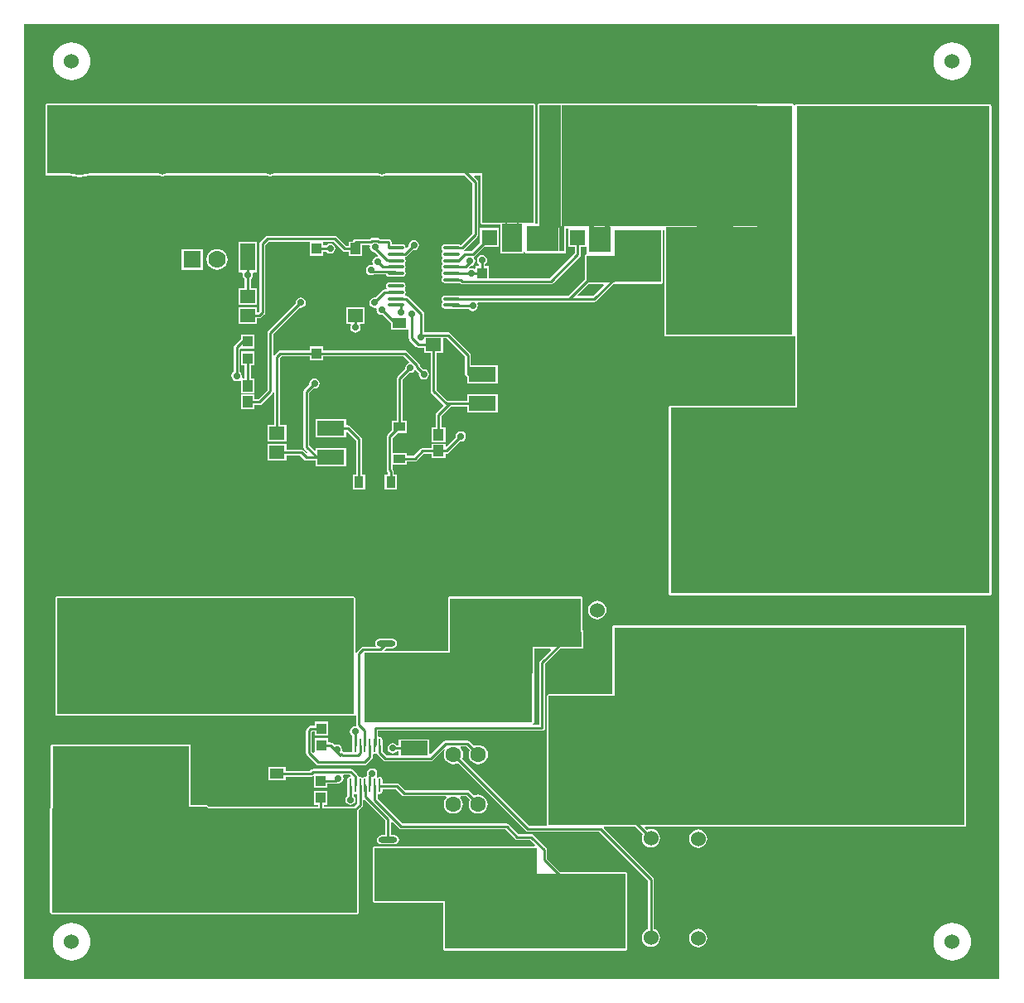
<source format=gtl>
G04 Layer_Physical_Order=1*
G04 Layer_Color=25308*
%FSLAX24Y24*%
%MOIN*%
G70*
G01*
G75*
%ADD10R,0.0358X0.0480*%
%ADD11R,0.0610X0.0532*%
%ADD12R,0.0413X0.0453*%
%ADD13R,0.0400X0.0440*%
%ADD14R,0.1102X0.0591*%
%ADD15R,0.0571X0.0413*%
%ADD16R,0.1043X0.0512*%
%ADD17O,0.0098X0.0551*%
%ADD18O,0.0748X0.0236*%
%ADD19R,0.0591X0.1102*%
%ADD20R,0.0480X0.0358*%
%ADD21R,0.1260X0.0591*%
%ADD22R,0.1260X0.0591*%
%ADD23R,0.1181X0.1654*%
%ADD24O,0.0669X0.0138*%
%ADD25C,0.0100*%
%ADD26R,0.2894X1.1378*%
%ADD27R,1.7972X0.3543*%
%ADD28R,0.5118X1.4557*%
%ADD29R,1.7087X0.2008*%
%ADD30R,0.1132X0.1073*%
%ADD31R,0.1860X0.2116*%
%ADD32R,1.2844X0.7500*%
%ADD33R,0.7756X0.2923*%
%ADD34R,0.7766X0.9213*%
%ADD35R,0.1427X0.9222*%
%ADD36R,0.3671X0.4341*%
%ADD37R,0.4862X0.4892*%
%ADD38R,0.0905X0.1033*%
%ADD39R,0.3012X0.4892*%
%ADD40R,0.0896X0.4941*%
%ADD41R,0.0214X0.1046*%
%ADD42R,0.1307X0.1044*%
%ADD43R,0.2057X0.4724*%
%ADD44R,0.0787X0.1181*%
%ADD45R,1.8701X0.2756*%
%ADD46R,1.1929X0.4665*%
%ADD47R,0.6762X0.2795*%
%ADD48R,0.5285X0.1969*%
%ADD49R,0.3356X0.1073*%
%ADD50R,0.6526X0.2136*%
%ADD51R,0.7264X0.3041*%
%ADD52R,1.2274X0.4193*%
%ADD53R,0.5502X0.2648*%
%ADD54R,1.6722X0.5197*%
%ADD55R,1.4094X0.2776*%
%ADD56C,0.1575*%
%ADD57C,0.2362*%
%ADD58C,0.0660*%
%ADD59R,0.0512X0.0512*%
%ADD60C,0.0512*%
%ADD61R,0.0630X0.0630*%
%ADD62C,0.0630*%
%ADD63C,0.1500*%
%ADD64C,0.0591*%
%ADD65R,0.0591X0.0591*%
%ADD66C,0.0700*%
%ADD67R,0.0700X0.0700*%
%ADD68C,0.0600*%
%ADD69R,0.0512X0.0512*%
%ADD70C,0.1181*%
%ADD71C,0.0197*%
%ADD72C,0.0276*%
G36*
X49144Y13454D02*
X9911D01*
Y51900D01*
X49144D01*
Y13454D01*
D02*
G37*
%LPC*%
G36*
X32959Y28677D02*
X32863Y28665D01*
X32774Y28628D01*
X32697Y28569D01*
X32638Y28492D01*
X32601Y28403D01*
X32589Y28307D01*
X32601Y28211D01*
X32638Y28122D01*
X32697Y28045D01*
X32774Y27987D01*
X32863Y27950D01*
X32959Y27937D01*
X33054Y27950D01*
X33144Y27987D01*
X33220Y28045D01*
X33279Y28122D01*
X33316Y28211D01*
X33329Y28307D01*
X33316Y28403D01*
X33279Y28492D01*
X33220Y28569D01*
X33144Y28628D01*
X33054Y28665D01*
X32959Y28677D01*
D02*
G37*
G36*
X32303Y28858D02*
X27018D01*
X26992Y28852D01*
X26969Y28838D01*
X26955Y28815D01*
X26949Y28789D01*
Y26821D01*
Y26663D01*
X24405D01*
X24385Y26709D01*
X24448Y26772D01*
X24724D01*
X24797Y26786D01*
X24858Y26827D01*
X24899Y26888D01*
X24913Y26961D01*
X24899Y27033D01*
X24858Y27094D01*
X24797Y27135D01*
X24724Y27149D01*
X24213D01*
X24140Y27135D01*
X24079Y27094D01*
X24038Y27033D01*
X24024Y26961D01*
X24038Y26888D01*
X24047Y26875D01*
X24024Y26831D01*
X23544D01*
X23498Y26822D01*
X23460Y26796D01*
X23292Y26628D01*
X23268Y26592D01*
X23264Y26591D01*
X23218Y26617D01*
Y28780D01*
X23213Y28806D01*
X23198Y28828D01*
X23176Y28843D01*
X23150Y28848D01*
X11220D01*
X11194Y28843D01*
X11172Y28828D01*
X11157Y28806D01*
X11152Y28780D01*
Y24114D01*
X11157Y24088D01*
X11172Y24066D01*
X11194Y24051D01*
X11220Y24046D01*
X23150D01*
X23176Y24051D01*
X23198Y24066D01*
X23207Y24079D01*
X23249Y24074D01*
X23257Y24071D01*
Y23691D01*
X23261Y23671D01*
X23222Y23628D01*
X23219Y23629D01*
X23139Y23613D01*
X23071Y23568D01*
X23026Y23500D01*
X23010Y23420D01*
X23026Y23340D01*
X23071Y23272D01*
X23099Y23253D01*
Y22864D01*
X23100Y22860D01*
Y22638D01*
X23059Y22589D01*
X22759D01*
X22750Y22599D01*
X22711Y22624D01*
X22710Y22625D01*
X22682Y22666D01*
X22689Y22700D01*
X22673Y22780D01*
X22628Y22848D01*
X22560Y22893D01*
X22480Y22909D01*
X22400Y22893D01*
X22380Y22880D01*
X22314Y22946D01*
X22276Y22972D01*
X22230Y22981D01*
X22117D01*
Y23148D01*
X21583D01*
Y22625D01*
Y22625D01*
Y22624D01*
Y22623D01*
X21534Y22574D01*
X21534Y22574D01*
X21515Y22574D01*
X21479Y22609D01*
Y23407D01*
X21489Y23417D01*
X21583D01*
Y23249D01*
X22117D01*
Y23823D01*
X21583D01*
Y23655D01*
X21440D01*
X21394Y23646D01*
X21356Y23620D01*
X21276Y23540D01*
X21250Y23502D01*
X21241Y23456D01*
Y22560D01*
X21250Y22514D01*
X21276Y22476D01*
X21652Y22100D01*
X21690Y22074D01*
X21736Y22065D01*
X23593D01*
X23639Y22074D01*
X23677Y22100D01*
X23893Y22316D01*
X23919Y22354D01*
X23928Y22400D01*
Y22494D01*
X23978Y22525D01*
X24006Y22519D01*
X24039Y22526D01*
X24093Y22514D01*
X24118Y22476D01*
X24348Y22246D01*
X24387Y22220D01*
X24433Y22211D01*
X26250D01*
X26296Y22220D01*
X26334Y22246D01*
X26811Y22722D01*
X26849Y22689D01*
X26844Y22683D01*
X26805Y22590D01*
X26792Y22490D01*
X26805Y22390D01*
X26844Y22298D01*
X26905Y22218D01*
X26985Y22157D01*
X27077Y22118D01*
X27177Y22105D01*
X27277Y22118D01*
X27350Y22148D01*
X30083Y19416D01*
X30122Y19390D01*
X30167Y19381D01*
X33041D01*
X34999Y17422D01*
Y15472D01*
X34933Y15445D01*
X34856Y15386D01*
X34798Y15309D01*
X34761Y15220D01*
X34748Y15124D01*
X34761Y15028D01*
X34798Y14939D01*
X34856Y14862D01*
X34933Y14804D01*
X35022Y14767D01*
X35118Y14754D01*
X35214Y14767D01*
X35303Y14804D01*
X35380Y14862D01*
X35439Y14939D01*
X35476Y15028D01*
X35488Y15124D01*
X35476Y15220D01*
X35439Y15309D01*
X35380Y15386D01*
X35303Y15445D01*
X35237Y15472D01*
Y17472D01*
X35228Y17517D01*
X35202Y17556D01*
X33221Y19537D01*
X33242Y19587D01*
X34486D01*
X34788Y19286D01*
X34761Y19220D01*
X34748Y19124D01*
X34761Y19028D01*
X34798Y18939D01*
X34856Y18862D01*
X34933Y18804D01*
X35022Y18767D01*
X35118Y18754D01*
X35214Y18767D01*
X35303Y18804D01*
X35380Y18862D01*
X35439Y18939D01*
X35476Y19028D01*
X35488Y19124D01*
X35476Y19220D01*
X35439Y19309D01*
X35380Y19386D01*
X35303Y19445D01*
X35214Y19482D01*
X35118Y19494D01*
X35022Y19482D01*
X34957Y19454D01*
X34870Y19541D01*
X34889Y19587D01*
X47736D01*
X47762Y19592D01*
X47784Y19607D01*
X47799Y19629D01*
X47804Y19656D01*
Y24852D01*
Y27628D01*
X47799Y27654D01*
X47784Y27676D01*
X47762Y27691D01*
X47736Y27696D01*
X33642D01*
X33616Y27691D01*
X33593Y27676D01*
X33579Y27654D01*
X33574Y27628D01*
Y24921D01*
X31014D01*
X30988Y24915D01*
X30966Y24901D01*
X30951Y24878D01*
X30946Y24852D01*
Y19656D01*
X30902Y19619D01*
X30217D01*
X27519Y22317D01*
X27549Y22390D01*
X27562Y22490D01*
X27549Y22590D01*
X27511Y22683D01*
X27451Y22761D01*
X27454Y22779D01*
X27464Y22811D01*
X27688D01*
X27835Y22663D01*
X27805Y22590D01*
X27792Y22490D01*
X27805Y22390D01*
X27844Y22298D01*
X27905Y22218D01*
X27985Y22157D01*
X28077Y22118D01*
X28177Y22105D01*
X28277Y22118D01*
X28370Y22157D01*
X28450Y22218D01*
X28511Y22298D01*
X28549Y22390D01*
X28562Y22490D01*
X28549Y22590D01*
X28511Y22683D01*
X28450Y22763D01*
X28370Y22824D01*
X28277Y22862D01*
X28177Y22875D01*
X28077Y22862D01*
X28004Y22832D01*
X27822Y23014D01*
X27783Y23040D01*
X27737Y23049D01*
X26850D01*
X26804Y23040D01*
X26766Y23014D01*
X26249Y22497D01*
X26199Y22518D01*
Y23108D01*
X24963D01*
Y22865D01*
X24897D01*
X24878Y22894D01*
X24810Y22939D01*
X24730Y22955D01*
X24650Y22939D01*
X24582Y22894D01*
X24537Y22826D01*
X24521Y22746D01*
X24537Y22666D01*
X24582Y22598D01*
X24650Y22553D01*
X24730Y22537D01*
X24810Y22553D01*
X24878Y22598D01*
X24897Y22627D01*
X24963D01*
Y22449D01*
X24482D01*
X24322Y22609D01*
Y22864D01*
X24321Y22868D01*
Y23091D01*
X24312Y23136D01*
X24286Y23174D01*
X24248Y23200D01*
X24203Y23209D01*
X24195Y23207D01*
X24145Y23247D01*
Y23444D01*
X30738D01*
X30784Y23453D01*
X30822Y23479D01*
X30848Y23517D01*
X30857Y23563D01*
Y26132D01*
X31478Y26753D01*
X32303D01*
X32329Y26758D01*
X32338Y26764D01*
X32380D01*
Y27488D01*
X32371D01*
Y28789D01*
X32366Y28815D01*
X32351Y28838D01*
X32329Y28852D01*
X32303Y28858D01*
D02*
G37*
G36*
X22862Y35992D02*
X21626D01*
Y35268D01*
X22862D01*
Y35448D01*
X22912Y35469D01*
X23253Y35129D01*
Y33772D01*
X23126D01*
Y33157D01*
X23618D01*
Y33772D01*
X23491D01*
Y35178D01*
X23482Y35224D01*
X23456Y35262D01*
X23004Y35714D01*
X22966Y35740D01*
X22920Y35749D01*
X22862D01*
Y35992D01*
D02*
G37*
G36*
X21580Y37629D02*
X21500Y37613D01*
X21432Y37568D01*
X21387Y37500D01*
X21371Y37420D01*
X21378Y37387D01*
X21176Y37184D01*
X21150Y37145D01*
X21141Y37100D01*
Y34869D01*
X21150Y34823D01*
X21176Y34785D01*
X21312Y34648D01*
X21295Y34594D01*
X21282Y34592D01*
X21134Y34740D01*
X21096Y34766D01*
X21050Y34775D01*
X20451D01*
Y34988D01*
X19707D01*
Y34323D01*
X20451D01*
Y34536D01*
X21001D01*
X21172Y34365D01*
X21211Y34339D01*
X21257Y34330D01*
X21626D01*
Y34087D01*
X22862D01*
Y34811D01*
X21626D01*
Y34737D01*
X21580Y34718D01*
X21379Y34918D01*
Y37050D01*
X21547Y37218D01*
X21580Y37211D01*
X21660Y37227D01*
X21728Y37272D01*
X21773Y37340D01*
X21789Y37420D01*
X21773Y37500D01*
X21728Y37568D01*
X21660Y37613D01*
X21580Y37629D01*
D02*
G37*
G36*
X19165Y39404D02*
X18631D01*
Y39220D01*
X18603Y39201D01*
X18366Y38964D01*
X18340Y38926D01*
X18331Y38880D01*
Y37897D01*
X18302Y37878D01*
X18257Y37810D01*
X18241Y37730D01*
X18257Y37650D01*
X18302Y37582D01*
X18370Y37537D01*
X18450Y37521D01*
X18530Y37537D01*
X18574Y37567D01*
X18624Y37540D01*
Y37039D01*
X19171D01*
Y37626D01*
X19017D01*
Y38155D01*
X19165D01*
Y38729D01*
X18631D01*
Y38155D01*
X18778D01*
Y37626D01*
X18682D01*
X18648Y37676D01*
X18659Y37730D01*
X18643Y37810D01*
X18598Y37878D01*
X18569Y37897D01*
Y38801D01*
X18586Y38813D01*
X18631Y38830D01*
Y38830D01*
X18631Y38830D01*
X19165D01*
Y39404D01*
D02*
G37*
G36*
X47244Y15720D02*
X47096Y15706D01*
X46953Y15662D01*
X46822Y15592D01*
X46707Y15498D01*
X46613Y15383D01*
X46542Y15251D01*
X46499Y15109D01*
X46485Y14961D01*
X46499Y14812D01*
X46542Y14670D01*
X46613Y14539D01*
X46707Y14424D01*
X46822Y14329D01*
X46953Y14259D01*
X47096Y14216D01*
X47244Y14201D01*
X47392Y14216D01*
X47535Y14259D01*
X47666Y14329D01*
X47781Y14424D01*
X47876Y14539D01*
X47946Y14670D01*
X47989Y14812D01*
X48004Y14961D01*
X47989Y15109D01*
X47946Y15251D01*
X47876Y15383D01*
X47781Y15498D01*
X47666Y15592D01*
X47535Y15662D01*
X47392Y15706D01*
X47244Y15720D01*
D02*
G37*
G36*
X11811D02*
X11663Y15706D01*
X11520Y15662D01*
X11389Y15592D01*
X11274Y15498D01*
X11179Y15383D01*
X11109Y15251D01*
X11066Y15109D01*
X11051Y14961D01*
X11066Y14812D01*
X11109Y14670D01*
X11179Y14539D01*
X11274Y14424D01*
X11389Y14329D01*
X11520Y14259D01*
X11663Y14216D01*
X11811Y14201D01*
X11959Y14216D01*
X12102Y14259D01*
X12233Y14329D01*
X12348Y14424D01*
X12443Y14539D01*
X12513Y14670D01*
X12556Y14812D01*
X12571Y14961D01*
X12556Y15109D01*
X12513Y15251D01*
X12443Y15383D01*
X12348Y15498D01*
X12233Y15592D01*
X12102Y15662D01*
X11959Y15706D01*
X11811Y15720D01*
D02*
G37*
G36*
X37018Y15478D02*
X36922Y15466D01*
X36833Y15429D01*
X36756Y15370D01*
X36697Y15293D01*
X36660Y15204D01*
X36648Y15108D01*
X36660Y15012D01*
X36697Y14923D01*
X36756Y14847D01*
X36833Y14788D01*
X36922Y14751D01*
X37018Y14738D01*
X37114Y14751D01*
X37203Y14788D01*
X37279Y14847D01*
X37338Y14923D01*
X37375Y15012D01*
X37388Y15108D01*
X37375Y15204D01*
X37338Y15293D01*
X37279Y15370D01*
X37203Y15429D01*
X37114Y15466D01*
X37018Y15478D01*
D02*
G37*
G36*
X16535Y22903D02*
X11033D01*
X11007Y22898D01*
X10985Y22883D01*
X10970Y22861D01*
X10965Y22835D01*
Y20382D01*
X10951Y20361D01*
X10946Y20335D01*
Y16142D01*
X10951Y16116D01*
X10966Y16093D01*
X10988Y16079D01*
X11014Y16073D01*
X23287D01*
X23314Y16079D01*
X23336Y16093D01*
X23350Y16116D01*
X23356Y16142D01*
Y20234D01*
X23500Y20378D01*
X23526Y20417D01*
X23535Y20463D01*
Y20655D01*
X23585Y20676D01*
X24418Y19842D01*
Y19256D01*
X24281D01*
X24209Y19241D01*
X24148Y19200D01*
X24107Y19139D01*
X24093Y19067D01*
X24107Y18995D01*
X24148Y18934D01*
X24209Y18893D01*
X24281Y18878D01*
X24793D01*
X24866Y18893D01*
X24927Y18934D01*
X24968Y18995D01*
X24982Y19067D01*
X24968Y19139D01*
X24927Y19200D01*
X24866Y19241D01*
X24793Y19256D01*
X24657D01*
Y19775D01*
X24703Y19794D01*
X24985Y19512D01*
X25004Y19499D01*
X25023Y19486D01*
X25023D01*
X25023Y19486D01*
X25058Y19479D01*
X25069Y19477D01*
X29271D01*
X29660Y19089D01*
X29698Y19063D01*
X29744Y19054D01*
X30256D01*
X30455Y18855D01*
X30436Y18808D01*
X24006D01*
X23980Y18803D01*
X23958Y18788D01*
X23943Y18766D01*
X23938Y18740D01*
Y16604D01*
X23943Y16578D01*
X23958Y16556D01*
X23980Y16541D01*
X24006Y16536D01*
X26762D01*
Y14665D01*
X26768Y14639D01*
X26782Y14617D01*
X26805Y14602D01*
X26831Y14597D01*
X34094D01*
X34121Y14602D01*
X34143Y14617D01*
X34158Y14639D01*
X34163Y14665D01*
Y17707D01*
X34158Y17733D01*
X34143Y17755D01*
X34121Y17770D01*
X34094Y17775D01*
X31468D01*
X30936Y18307D01*
Y18661D01*
X30927Y18707D01*
X30901Y18746D01*
X30389Y19258D01*
X30351Y19283D01*
X30305Y19292D01*
X29793D01*
X29405Y19681D01*
X29366Y19707D01*
X29321Y19716D01*
X25118D01*
X24125Y20709D01*
Y20880D01*
X24175Y20911D01*
X24203Y20905D01*
X24248Y20914D01*
X24286Y20940D01*
X24312Y20978D01*
X24321Y21024D01*
Y21101D01*
X24851D01*
X25096Y20856D01*
X25134Y20830D01*
X25180Y20821D01*
X26879D01*
X26888Y20796D01*
X26892Y20771D01*
X26834Y20695D01*
X26795Y20602D01*
X26782Y20502D01*
X26795Y20402D01*
X26834Y20309D01*
X26895Y20230D01*
X26975Y20168D01*
X27068Y20130D01*
X27167Y20117D01*
X27267Y20130D01*
X27360Y20168D01*
X27440Y20230D01*
X27501Y20309D01*
X27539Y20402D01*
X27552Y20502D01*
X27539Y20602D01*
X27501Y20695D01*
X27442Y20771D01*
X27447Y20796D01*
X27455Y20821D01*
X27680D01*
X27826Y20675D01*
X27795Y20602D01*
X27782Y20502D01*
X27795Y20402D01*
X27834Y20309D01*
X27895Y20230D01*
X27975Y20168D01*
X28068Y20130D01*
X28167Y20117D01*
X28267Y20130D01*
X28360Y20168D01*
X28440Y20230D01*
X28501Y20309D01*
X28539Y20402D01*
X28552Y20502D01*
X28539Y20602D01*
X28501Y20695D01*
X28440Y20774D01*
X28360Y20836D01*
X28267Y20874D01*
X28167Y20887D01*
X28068Y20874D01*
X27994Y20844D01*
X27814Y21024D01*
X27775Y21050D01*
X27729Y21059D01*
X25229D01*
X24984Y21304D01*
X24946Y21330D01*
X24900Y21339D01*
X24321D01*
Y21476D01*
X24312Y21522D01*
X24286Y21560D01*
X24248Y21586D01*
X24203Y21595D01*
X24157Y21586D01*
X24140Y21574D01*
X24136Y21573D01*
X24106Y21591D01*
X24093Y21650D01*
X24109Y21730D01*
X24093Y21810D01*
X24048Y21878D01*
X23980Y21923D01*
X23900Y21939D01*
X23820Y21923D01*
X23752Y21878D01*
X23707Y21810D01*
X23691Y21730D01*
X23700Y21686D01*
X23699Y21685D01*
X23690Y21639D01*
Y21620D01*
X23640Y21589D01*
X23612Y21595D01*
X23567Y21586D01*
X23550Y21574D01*
X23514Y21564D01*
X23478Y21574D01*
X23461Y21586D01*
X23415Y21595D01*
X23388Y21589D01*
X23346Y21613D01*
X23337Y21624D01*
X23329Y21663D01*
X23303Y21702D01*
X23124Y21881D01*
X23086Y21906D01*
X23040Y21915D01*
X21526D01*
X21481Y21906D01*
X21442Y21881D01*
X21403Y21842D01*
X20421D01*
Y21996D01*
X19717D01*
Y21449D01*
X20421D01*
Y21603D01*
X21452D01*
X21498Y21612D01*
X21524Y21629D01*
X21574Y21610D01*
Y21143D01*
X22107D01*
Y21311D01*
X22430D01*
X22475Y21320D01*
X22504Y21339D01*
X22540Y21331D01*
X22620Y21347D01*
X22688Y21392D01*
X22733Y21460D01*
X22749Y21540D01*
X22733Y21620D01*
X22724Y21633D01*
X22748Y21677D01*
X22991D01*
X23025Y21643D01*
X23025Y21636D01*
X23005Y21592D01*
X22976Y21586D01*
X22938Y21560D01*
X22912Y21522D01*
X22903Y21476D01*
Y21024D01*
X22912Y20978D01*
X22912Y20978D01*
Y20836D01*
X22884Y20817D01*
X22839Y20749D01*
X22823Y20669D01*
X22839Y20589D01*
X22884Y20522D01*
X22952Y20476D01*
X23031Y20461D01*
X23111Y20476D01*
X23179Y20522D01*
X23224Y20589D01*
X23240Y20669D01*
X23224Y20749D01*
X23179Y20817D01*
X23161Y20829D01*
X23161Y20881D01*
X23201Y20909D01*
X23219Y20905D01*
X23246Y20911D01*
X23296Y20880D01*
Y20512D01*
X23187Y20403D01*
X21960D01*
Y20468D01*
X22107D01*
Y21042D01*
X21574D01*
Y20468D01*
X21721D01*
Y20403D01*
X17322D01*
X17304Y20429D01*
X17266Y20455D01*
X17220Y20464D01*
X16604D01*
Y22835D01*
X16598Y22861D01*
X16584Y22883D01*
X16562Y22898D01*
X16535Y22903D01*
D02*
G37*
G36*
X37018Y19478D02*
X36922Y19466D01*
X36833Y19429D01*
X36756Y19370D01*
X36697Y19293D01*
X36660Y19204D01*
X36648Y19108D01*
X36660Y19012D01*
X36697Y18923D01*
X36756Y18847D01*
X36833Y18788D01*
X36922Y18751D01*
X37018Y18738D01*
X37114Y18751D01*
X37203Y18788D01*
X37279Y18847D01*
X37338Y18923D01*
X37375Y19012D01*
X37388Y19108D01*
X37375Y19204D01*
X37338Y19293D01*
X37279Y19370D01*
X37203Y19429D01*
X37114Y19466D01*
X37018Y19478D01*
D02*
G37*
G36*
X23600Y40500D02*
X22856D01*
Y39835D01*
X23025D01*
X23052Y39785D01*
X23035Y39760D01*
X23020Y39680D01*
X23035Y39600D01*
X23081Y39532D01*
X23148Y39487D01*
X23228Y39471D01*
X23308Y39487D01*
X23376Y39532D01*
X23421Y39600D01*
X23437Y39680D01*
X23421Y39760D01*
X23405Y39785D01*
X23431Y39835D01*
X23600D01*
Y40500D01*
D02*
G37*
G36*
X17663Y42838D02*
X17555Y42824D01*
X17453Y42782D01*
X17366Y42715D01*
X17299Y42628D01*
X17257Y42526D01*
X17243Y42417D01*
X17257Y42308D01*
X17299Y42207D01*
X17366Y42120D01*
X17453Y42053D01*
X17555Y42011D01*
X17663Y41997D01*
X17772Y42011D01*
X17874Y42053D01*
X17961Y42120D01*
X18028Y42207D01*
X18070Y42308D01*
X18084Y42417D01*
X18070Y42526D01*
X18028Y42628D01*
X17961Y42715D01*
X17874Y42782D01*
X17772Y42824D01*
X17663Y42838D01*
D02*
G37*
G36*
X39390Y48690D02*
X30620D01*
X30594Y48685D01*
X30572Y48670D01*
X30557Y48648D01*
X30552Y48622D01*
Y43846D01*
X30502Y43840D01*
X30494Y43847D01*
X30470Y43888D01*
X30472Y43898D01*
Y48622D01*
X30467Y48648D01*
X30452Y48670D01*
X30430Y48685D01*
X30404Y48690D01*
X10827D01*
X10801Y48685D01*
X10779Y48670D01*
X10764Y48648D01*
X10759Y48622D01*
Y45866D01*
X10764Y45840D01*
X10779Y45818D01*
X10801Y45803D01*
X10827Y45798D01*
X11738D01*
X11739Y45798D01*
X11930Y45752D01*
X12126Y45736D01*
X12322Y45752D01*
X12513Y45798D01*
X12514Y45798D01*
X15312D01*
X15349Y45783D01*
X15453Y45769D01*
X15556Y45783D01*
X15593Y45798D01*
X19643D01*
X19680Y45783D01*
X19783Y45769D01*
X19887Y45783D01*
X19924Y45798D01*
X24170D01*
X24207Y45783D01*
X24311Y45769D01*
X24415Y45783D01*
X24452Y45798D01*
X27624D01*
X27941Y45481D01*
Y43473D01*
X27471Y43003D01*
X27428D01*
X27415Y43012D01*
X27362Y43022D01*
X26831D01*
X26778Y43012D01*
X26733Y42982D01*
X26703Y42937D01*
X26692Y42884D01*
X26703Y42831D01*
X26733Y42786D01*
Y42726D01*
X26703Y42681D01*
X26692Y42628D01*
X26703Y42575D01*
X26733Y42530D01*
Y42470D01*
X26703Y42425D01*
X26692Y42372D01*
X26703Y42319D01*
X26733Y42274D01*
Y42214D01*
X26703Y42169D01*
X26692Y42116D01*
X26703Y42063D01*
X26733Y42018D01*
Y41958D01*
X26703Y41913D01*
X26692Y41860D01*
X26703Y41807D01*
X26733Y41762D01*
Y41702D01*
X26703Y41657D01*
X26692Y41604D01*
X26703Y41551D01*
X26733Y41506D01*
X26778Y41476D01*
X26831Y41466D01*
X27362D01*
X27415Y41476D01*
X27424Y41482D01*
X27454Y41452D01*
X27493Y41426D01*
X27539Y41417D01*
X31096D01*
X31141Y41426D01*
X31180Y41452D01*
X32256Y42527D01*
X32281Y42566D01*
X32290Y42611D01*
Y42925D01*
X32526D01*
Y42724D01*
X32531Y42698D01*
X32539Y42687D01*
X32539Y42678D01*
X32531Y42650D01*
X32520Y42633D01*
X32513Y42632D01*
X32491Y42617D01*
X32476Y42595D01*
X32471Y42569D01*
Y41630D01*
X31797Y40956D01*
X27428D01*
X27415Y40965D01*
X27362Y40975D01*
X26831D01*
X26778Y40965D01*
X26733Y40935D01*
X26703Y40890D01*
X26692Y40837D01*
X26703Y40784D01*
X26733Y40739D01*
Y40679D01*
X26703Y40634D01*
X26692Y40581D01*
X26703Y40528D01*
X26733Y40483D01*
X26778Y40453D01*
X26831Y40442D01*
X27079D01*
X27080Y40441D01*
X27126Y40432D01*
X27786D01*
X27805Y40404D01*
X27873Y40358D01*
X27953Y40342D01*
X28033Y40358D01*
X28100Y40404D01*
X28146Y40471D01*
X28161Y40551D01*
X28146Y40631D01*
X28127Y40659D01*
X28154Y40709D01*
X32846D01*
X32891Y40718D01*
X32930Y40744D01*
X33614Y41428D01*
X33671D01*
X33697Y41433D01*
X33704Y41438D01*
X35522D01*
X35548Y41443D01*
X35570Y41458D01*
X35585Y41480D01*
X35590Y41506D01*
Y43582D01*
X35640Y43615D01*
X35650Y43611D01*
Y39390D01*
X35655Y39364D01*
X35670Y39342D01*
X35692Y39327D01*
X35719Y39322D01*
X40817D01*
X40843Y39327D01*
X40865Y39342D01*
X40915Y39329D01*
X40926Y39317D01*
Y36535D01*
X35906D01*
X35879Y36530D01*
X35857Y36515D01*
X35842Y36493D01*
X35837Y36467D01*
Y28967D01*
X35842Y28940D01*
X35857Y28918D01*
X35879Y28903D01*
X35906Y28898D01*
X48750D01*
X48776Y28903D01*
X48798Y28918D01*
X48813Y28940D01*
X48818Y28967D01*
Y36467D01*
Y39390D01*
Y48602D01*
X48813Y48628D01*
X48798Y48651D01*
X48776Y48665D01*
X48750Y48671D01*
X40984D01*
X40958Y48665D01*
X40936Y48651D01*
X40930Y48642D01*
X40903Y48640D01*
X40881Y48642D01*
X40876Y48644D01*
X40865Y48660D01*
X40843Y48675D01*
X40817Y48680D01*
X39423D01*
X39416Y48685D01*
X39390Y48690D01*
D02*
G37*
G36*
X22400Y43369D02*
X19680D01*
X19634Y43360D01*
X19596Y43334D01*
X19396Y43134D01*
X19370Y43096D01*
X19361Y43050D01*
Y40337D01*
X19320Y40296D01*
X19270Y40308D01*
Y40500D01*
X18526D01*
Y39835D01*
X19270D01*
Y40048D01*
X19360D01*
X19406Y40057D01*
X19444Y40083D01*
X19564Y40203D01*
X19590Y40242D01*
X19599Y40287D01*
Y43001D01*
X19729Y43131D01*
X21387D01*
Y42570D01*
X21920D01*
Y42738D01*
X22053D01*
X22072Y42709D01*
X22140Y42664D01*
X22220Y42648D01*
X22300Y42664D01*
X22368Y42709D01*
X22413Y42777D01*
X22429Y42857D01*
X22413Y42937D01*
X22368Y43005D01*
X22300Y43050D01*
X22220Y43066D01*
X22140Y43050D01*
X22072Y43005D01*
X22053Y42976D01*
X21920D01*
Y43131D01*
X22351D01*
X22721Y42760D01*
X22760Y42734D01*
X22806Y42725D01*
X22955D01*
Y42551D01*
X23502D01*
Y42991D01*
X23783D01*
X23815Y42952D01*
X23807Y42913D01*
X23823Y42834D01*
X23868Y42766D01*
X23936Y42721D01*
X24016Y42705D01*
X24017Y42705D01*
X24145Y42576D01*
X24120Y42530D01*
X24114Y42532D01*
X24034Y42516D01*
X23967Y42470D01*
X23921Y42403D01*
X23905Y42323D01*
X23921Y42243D01*
X23928Y42233D01*
X23898Y42188D01*
X23859Y42196D01*
X23780Y42180D01*
X23712Y42135D01*
X23667Y42067D01*
X23651Y41987D01*
X23667Y41907D01*
X23712Y41839D01*
X23780Y41794D01*
X23859Y41778D01*
X23939Y41794D01*
X23965Y41811D01*
X24458D01*
X24459Y41807D01*
X24489Y41762D01*
X24534Y41732D01*
X24587Y41722D01*
X25118D01*
X25171Y41732D01*
X25216Y41762D01*
X25246Y41807D01*
X25257Y41860D01*
X25246Y41913D01*
X25216Y41958D01*
Y42018D01*
X25246Y42063D01*
X25257Y42116D01*
X25246Y42169D01*
X25216Y42214D01*
Y42274D01*
X25246Y42319D01*
X25257Y42372D01*
X25246Y42425D01*
X25222Y42461D01*
X25222Y42461D01*
X25232Y42497D01*
X25241Y42513D01*
X25264Y42518D01*
X25302Y42544D01*
X25547Y42788D01*
X25580Y42781D01*
X25660Y42797D01*
X25728Y42842D01*
X25773Y42910D01*
X25789Y42990D01*
X25773Y43070D01*
X25728Y43138D01*
X25660Y43183D01*
X25580Y43199D01*
X25500Y43183D01*
X25432Y43138D01*
X25387Y43070D01*
X25371Y42990D01*
X25378Y42957D01*
X25304Y42883D01*
X25302Y42883D01*
X25253Y42902D01*
X25246Y42937D01*
X25216Y42982D01*
X25171Y43012D01*
X25118Y43022D01*
X24684D01*
Y43110D01*
X24675Y43156D01*
X24649Y43195D01*
X24610Y43220D01*
X24565Y43229D01*
X24229D01*
X24206Y43252D01*
X24167Y43278D01*
X24121Y43287D01*
X23910D01*
X23865Y43278D01*
X23826Y43252D01*
X23803Y43229D01*
X23228D01*
X23183Y43220D01*
X23144Y43195D01*
X23118Y43156D01*
X23115Y43138D01*
X22955D01*
Y42964D01*
X22855D01*
X22484Y43334D01*
X22446Y43360D01*
X22400Y43369D01*
D02*
G37*
G36*
X17080Y42834D02*
X16246D01*
Y42000D01*
X17080D01*
Y42834D01*
D02*
G37*
G36*
X11811Y51153D02*
X11663Y51139D01*
X11520Y51095D01*
X11389Y51025D01*
X11274Y50931D01*
X11179Y50816D01*
X11109Y50684D01*
X11066Y50542D01*
X11051Y50394D01*
X11066Y50246D01*
X11109Y50103D01*
X11179Y49972D01*
X11274Y49857D01*
X11389Y49762D01*
X11520Y49692D01*
X11663Y49649D01*
X11811Y49634D01*
X11959Y49649D01*
X12102Y49692D01*
X12233Y49762D01*
X12348Y49857D01*
X12443Y49972D01*
X12513Y50103D01*
X12556Y50246D01*
X12571Y50394D01*
X12556Y50542D01*
X12513Y50684D01*
X12443Y50816D01*
X12348Y50931D01*
X12233Y51025D01*
X12102Y51095D01*
X11959Y51139D01*
X11811Y51153D01*
D02*
G37*
G36*
X19260Y43138D02*
X18535D01*
Y41902D01*
X18666D01*
X18702Y41852D01*
X18691Y41800D01*
X18707Y41720D01*
X18752Y41652D01*
X18778Y41635D01*
Y41268D01*
X18526D01*
Y40602D01*
X19270D01*
Y41268D01*
X19017D01*
Y41632D01*
X19048Y41652D01*
X19093Y41720D01*
X19109Y41800D01*
X19098Y41852D01*
X19134Y41902D01*
X19260D01*
Y43138D01*
D02*
G37*
G36*
X21030Y40889D02*
X20950Y40873D01*
X20882Y40828D01*
X20837Y40760D01*
X20821Y40680D01*
X20828Y40647D01*
X19726Y39544D01*
X19700Y39506D01*
X19691Y39460D01*
Y37169D01*
X19324Y36802D01*
X19171D01*
Y36976D01*
X18624D01*
Y36390D01*
X19171D01*
Y36564D01*
X19373D01*
X19419Y36573D01*
X19457Y36599D01*
X19894Y37036D01*
X19910Y37058D01*
X19960Y37043D01*
Y35756D01*
X19707D01*
Y35091D01*
X20451D01*
Y35756D01*
X20198D01*
Y38458D01*
X20259Y38520D01*
X21387D01*
Y38352D01*
X21920D01*
Y38520D01*
X25172D01*
X25388Y38303D01*
X25374Y38256D01*
X25360Y38253D01*
X25292Y38208D01*
X25247Y38140D01*
X25231Y38060D01*
X25238Y38027D01*
X24916Y37704D01*
X24890Y37666D01*
X24881Y37620D01*
Y35929D01*
X24693D01*
Y35545D01*
X24516Y35367D01*
X24490Y35329D01*
X24481Y35283D01*
Y33950D01*
X24490Y33904D01*
X24516Y33866D01*
X24540Y33841D01*
Y33772D01*
X24413D01*
Y33157D01*
X24906D01*
Y33772D01*
X24779D01*
Y33891D01*
X24770Y33936D01*
X24744Y33975D01*
X24719Y33999D01*
Y34150D01*
X25307D01*
Y34276D01*
X25620D01*
X25666Y34286D01*
X25704Y34311D01*
X25988Y34595D01*
X26301D01*
Y34421D01*
X26848D01*
Y34595D01*
X26885D01*
X26930Y34604D01*
X26969Y34630D01*
X27437Y35098D01*
X27470Y35091D01*
X27550Y35107D01*
X27618Y35152D01*
X27663Y35220D01*
X27679Y35300D01*
X27663Y35380D01*
X27618Y35448D01*
X27550Y35493D01*
X27470Y35509D01*
X27390Y35493D01*
X27322Y35448D01*
X27277Y35380D01*
X27261Y35300D01*
X27268Y35267D01*
X26895Y34893D01*
X26848Y34912D01*
Y35008D01*
X26301D01*
Y34834D01*
X25939D01*
X25893Y34825D01*
X25855Y34799D01*
X25571Y34515D01*
X25307D01*
Y34642D01*
X24719D01*
Y35234D01*
X24923Y35437D01*
X25307D01*
Y35929D01*
X25119D01*
Y37571D01*
X25407Y37858D01*
X25440Y37851D01*
X25520Y37867D01*
X25588Y37912D01*
X25610Y37946D01*
X25660Y37951D01*
X25782Y37829D01*
X25776Y37795D01*
X25791Y37715D01*
X25837Y37648D01*
X25904Y37602D01*
X25984Y37587D01*
X26064Y37602D01*
X26132Y37648D01*
X26177Y37715D01*
X26193Y37795D01*
X26177Y37875D01*
X26132Y37943D01*
X26064Y37988D01*
X25984Y38004D01*
X25951Y37997D01*
X25814Y38134D01*
Y38166D01*
X25805Y38211D01*
X25779Y38250D01*
X25305Y38723D01*
X25267Y38749D01*
X25221Y38758D01*
X21920D01*
Y38926D01*
X21387D01*
Y38758D01*
X20210D01*
X20164Y38749D01*
X20126Y38723D01*
X19994Y38592D01*
X19979Y38569D01*
X19929Y38584D01*
Y39411D01*
X20997Y40478D01*
X21030Y40471D01*
X21110Y40487D01*
X21178Y40532D01*
X21223Y40600D01*
X21239Y40680D01*
X21223Y40760D01*
X21178Y40828D01*
X21110Y40873D01*
X21030Y40889D01*
D02*
G37*
G36*
X47244Y51153D02*
X47096Y51139D01*
X46953Y51095D01*
X46822Y51025D01*
X46707Y50931D01*
X46613Y50816D01*
X46542Y50684D01*
X46499Y50542D01*
X46485Y50394D01*
X46499Y50246D01*
X46542Y50103D01*
X46613Y49972D01*
X46707Y49857D01*
X46822Y49762D01*
X46953Y49692D01*
X47096Y49649D01*
X47244Y49634D01*
X47392Y49649D01*
X47535Y49692D01*
X47666Y49762D01*
X47781Y49857D01*
X47876Y49972D01*
X47946Y50103D01*
X47989Y50246D01*
X48004Y50394D01*
X47989Y50542D01*
X47946Y50684D01*
X47876Y50816D01*
X47781Y50931D01*
X47666Y51025D01*
X47535Y51095D01*
X47392Y51139D01*
X47244Y51153D01*
D02*
G37*
G36*
X25118Y41487D02*
X24587D01*
X24534Y41476D01*
X24489Y41446D01*
X24459Y41401D01*
X24448Y41348D01*
X24459Y41295D01*
X24481Y41262D01*
X24467Y41223D01*
X24459Y41212D01*
X24413D01*
X24367Y41203D01*
X24328Y41177D01*
X24033Y40882D01*
X24000Y40889D01*
X23920Y40873D01*
X23852Y40828D01*
X23807Y40760D01*
X23791Y40680D01*
X23807Y40600D01*
X23852Y40532D01*
X23920Y40487D01*
X24000Y40471D01*
X24038Y40479D01*
X24080Y40436D01*
X24071Y40390D01*
X24087Y40310D01*
X24132Y40242D01*
X24200Y40197D01*
X24280Y40181D01*
X24313Y40188D01*
X24648Y39854D01*
Y39579D01*
X25352D01*
X25371Y39536D01*
Y39256D01*
X25380Y39211D01*
X25406Y39172D01*
X25676Y38902D01*
X25714Y38876D01*
X25760Y38867D01*
X26006D01*
Y38654D01*
X26259D01*
Y37116D01*
X26268Y37071D01*
X26294Y37032D01*
X26786Y36540D01*
X26490Y36244D01*
X26465Y36206D01*
X26456Y36160D01*
Y35657D01*
X26301D01*
Y35071D01*
X26848D01*
Y35657D01*
X26694D01*
Y36111D01*
X27078Y36495D01*
X27728D01*
Y36252D01*
X28965D01*
Y36976D01*
X27728D01*
Y36733D01*
X26929D01*
X26497Y37166D01*
Y38654D01*
X26750D01*
Y39251D01*
X26901D01*
X27641Y38511D01*
Y37795D01*
X27650Y37750D01*
X27676Y37711D01*
X27714Y37685D01*
X27728Y37682D01*
Y37433D01*
X28965D01*
Y38157D01*
X27879D01*
Y38560D01*
X27870Y38606D01*
X27844Y38644D01*
X27034Y39454D01*
X26996Y39480D01*
X26950Y39489D01*
X25989D01*
Y40227D01*
X25980Y40272D01*
X25954Y40311D01*
X25344Y40921D01*
X25306Y40947D01*
X25260Y40956D01*
X25246D01*
X25237Y40967D01*
X25224Y41006D01*
X25246Y41040D01*
X25257Y41093D01*
X25246Y41146D01*
X25216Y41190D01*
Y41251D01*
X25246Y41295D01*
X25257Y41348D01*
X25246Y41401D01*
X25216Y41446D01*
X25171Y41476D01*
X25118Y41487D01*
D02*
G37*
%LPD*%
G36*
X33231Y41382D02*
X32796Y40947D01*
X32191D01*
X32172Y40994D01*
X32606Y41428D01*
X33212D01*
X33231Y41382D01*
D02*
G37*
G36*
X28278Y43898D02*
X28283Y43872D01*
X28298Y43849D01*
X28320Y43835D01*
X28346Y43829D01*
X29066D01*
Y42717D01*
X29071Y42690D01*
X29086Y42668D01*
X29108Y42653D01*
X29134Y42648D01*
X29921D01*
X29947Y42653D01*
X29970Y42668D01*
X29984Y42690D01*
X29990Y42717D01*
X30038Y42714D01*
X30041Y42699D01*
X30056Y42677D01*
X30078Y42662D01*
X30104Y42657D01*
X31401D01*
X31411Y42655D01*
X31625D01*
X31651Y42660D01*
X31673Y42675D01*
X31688Y42697D01*
X31693Y42723D01*
Y43662D01*
X31789D01*
Y42925D01*
X32052D01*
Y42661D01*
X31046Y41655D01*
X28594D01*
Y42160D01*
X28446D01*
Y42223D01*
X28474Y42242D01*
X28520Y42310D01*
X28536Y42390D01*
X28520Y42470D01*
X28474Y42538D01*
X28407Y42583D01*
X28327Y42599D01*
X28247Y42583D01*
X28179Y42538D01*
X28134Y42470D01*
X28118Y42390D01*
X28134Y42310D01*
X28179Y42242D01*
X28208Y42223D01*
Y42160D01*
X28060D01*
Y42066D01*
X28010Y42040D01*
X27990Y42053D01*
X27910Y42069D01*
X27830Y42053D01*
X27818Y42045D01*
X27787Y42084D01*
X27855Y42152D01*
X27922Y42165D01*
X27989Y42211D01*
X28035Y42278D01*
X28050Y42358D01*
X28035Y42438D01*
X28010Y42475D01*
X28002Y42518D01*
X28023Y42539D01*
X28039Y42550D01*
X28415Y42925D01*
X29010D01*
Y43689D01*
X28246D01*
Y43094D01*
X27905Y42753D01*
X27631D01*
X27622Y42751D01*
X27603Y42798D01*
X27604Y42800D01*
X28144Y43340D01*
X28170Y43378D01*
X28179Y43424D01*
Y45530D01*
X28170Y45576D01*
X28144Y45614D01*
X28007Y45752D01*
X28026Y45798D01*
X28278D01*
Y43898D01*
D02*
G37*
G36*
X31095Y26706D02*
X30654Y26265D01*
Y26265D01*
X30654D01*
X30628Y26227D01*
X30619Y26181D01*
Y26181D01*
Y23682D01*
X30366D01*
X30361Y23732D01*
X30380Y23736D01*
X30403Y23751D01*
X30417Y23773D01*
X30423Y23799D01*
Y25700D01*
X30437Y25722D01*
X30442Y25748D01*
Y26753D01*
X31076D01*
X31095Y26706D01*
D02*
G37*
D10*
X24659Y33465D02*
D03*
X23372D02*
D03*
D11*
X20079Y35423D02*
D03*
Y34656D02*
D03*
X18898Y40167D02*
D03*
Y40935D02*
D03*
X23228Y40167D02*
D03*
Y40935D02*
D03*
X26378Y38986D02*
D03*
Y39754D02*
D03*
D12*
X26575Y35364D02*
D03*
Y34715D02*
D03*
X18898Y36683D02*
D03*
Y37333D02*
D03*
X23228Y42195D02*
D03*
Y42844D02*
D03*
D13*
X18898Y39117D02*
D03*
Y38442D02*
D03*
X21654Y38639D02*
D03*
Y39314D02*
D03*
X28327Y41873D02*
D03*
Y41198D02*
D03*
X21654Y42857D02*
D03*
Y42182D02*
D03*
X21841Y21430D02*
D03*
Y20755D02*
D03*
X21850Y23536D02*
D03*
Y22861D02*
D03*
D14*
X28346Y36614D02*
D03*
Y37795D02*
D03*
X25581Y21565D02*
D03*
Y22746D02*
D03*
X22244Y34449D02*
D03*
Y35630D02*
D03*
D15*
X25000Y39852D02*
D03*
Y39281D02*
D03*
X20069Y22293D02*
D03*
Y21722D02*
D03*
D16*
X33858Y40049D02*
D03*
Y41841D02*
D03*
D17*
X24203Y22864D02*
D03*
X24006D02*
D03*
X23809D02*
D03*
X23612D02*
D03*
X23415D02*
D03*
X23219D02*
D03*
X23022D02*
D03*
X22825D02*
D03*
X24203Y21250D02*
D03*
X24006D02*
D03*
X23809D02*
D03*
X23612D02*
D03*
X23415D02*
D03*
X23219D02*
D03*
X23022D02*
D03*
X22825D02*
D03*
D18*
X22618Y26961D02*
D03*
Y26461D02*
D03*
Y25961D02*
D03*
Y25461D02*
D03*
X24469Y26961D02*
D03*
Y26461D02*
D03*
Y25961D02*
D03*
Y25461D02*
D03*
X22687Y19067D02*
D03*
Y18567D02*
D03*
Y18067D02*
D03*
Y17567D02*
D03*
X24537Y19067D02*
D03*
Y18567D02*
D03*
Y18067D02*
D03*
Y17567D02*
D03*
D19*
X20079Y42520D02*
D03*
X18898D02*
D03*
D20*
X25000Y34396D02*
D03*
Y35683D02*
D03*
D21*
X31683Y24528D02*
D03*
X31693Y17382D02*
D03*
D22*
X31683Y27126D02*
D03*
X31693Y19980D02*
D03*
D23*
X25974Y41732D02*
D03*
D24*
X24852Y42884D02*
D03*
Y42628D02*
D03*
Y42372D02*
D03*
Y42116D02*
D03*
Y41860D02*
D03*
Y41604D02*
D03*
Y41348D02*
D03*
Y41093D02*
D03*
Y40837D02*
D03*
Y40581D02*
D03*
X27096Y42884D02*
D03*
Y42628D02*
D03*
Y42372D02*
D03*
Y42116D02*
D03*
Y41860D02*
D03*
Y41604D02*
D03*
Y41348D02*
D03*
Y41093D02*
D03*
Y40837D02*
D03*
Y40581D02*
D03*
D25*
X25472Y46171D02*
X27419D01*
X18898Y40935D02*
Y41802D01*
X26368Y41732D02*
Y41929D01*
Y41535D02*
Y41732D01*
X26378Y42323D02*
Y44281D01*
Y41929D02*
Y42323D01*
Y41732D02*
Y41929D01*
Y41535D02*
Y41732D01*
Y41348D02*
Y41535D01*
X25974Y41929D02*
X26368D01*
X26270Y41437D02*
X26368Y41535D01*
X26181Y41348D02*
X26270Y41437D01*
X26740Y41056D02*
X27096D01*
X25974Y41348D02*
X26181D01*
X25581Y41142D02*
X25974D01*
X32648Y40049D02*
X33858D01*
X29879D02*
X32648D01*
X26378Y41142D02*
Y41348D01*
Y39754D02*
Y41142D01*
X24815Y41567D02*
X24815Y41567D01*
X24778Y41604D02*
X24815Y41567D01*
X23190Y40935D02*
Y42182D01*
X19840Y21093D02*
X22825D01*
X20059Y22063D02*
X21120Y22017D01*
X19660Y22080D02*
X20059Y22063D01*
X25870Y39370D02*
X26950D01*
X27760Y37795D02*
Y38560D01*
X25060Y40290D02*
Y40581D01*
X27909Y41861D02*
X27920Y41873D01*
X27908Y41860D02*
X27909Y41861D01*
X24203Y21220D02*
X24900D01*
X22230Y22861D02*
X22436Y22656D01*
X22622Y22470D01*
X32709Y41700D02*
X32850Y41841D01*
X31846Y40837D02*
X32709Y41700D01*
X23228Y43110D02*
X23852D01*
X24565Y42884D02*
Y43110D01*
X27395Y42372D02*
Y42442D01*
X27105Y40828D02*
X32846D01*
X26612Y40490D02*
Y40927D01*
X27096Y41056D02*
Y41093D01*
X32846Y40828D02*
X33858Y41841D01*
X27096Y41093D02*
X27202Y41198D01*
X28327D01*
X23735Y40413D02*
Y40935D01*
Y40413D02*
X24652Y39496D01*
X24786D01*
X21316Y42520D02*
X21654Y42182D01*
X20079Y42520D02*
X21316D01*
X22923Y40583D02*
X23228Y40889D01*
X22861Y40583D02*
X22923D01*
X21654Y39376D02*
X22861Y40583D01*
X24368Y41567D02*
X24815D01*
X24045Y23563D02*
X30738D01*
Y26181D01*
X31683Y27126D01*
X24006Y20659D02*
Y21250D01*
Y20659D02*
X25069Y19596D01*
X29321D01*
X29744Y19173D01*
X31693Y17382D02*
X31919Y17608D01*
X24026Y23543D02*
X24045Y23563D01*
X24006Y22864D02*
X24026Y22884D01*
Y23543D01*
X29744Y19173D02*
X30305D01*
X30817Y18661D01*
Y18258D02*
X31693Y17382D01*
X30817Y18258D02*
Y18661D01*
X24537Y19067D02*
Y19892D01*
X23643Y20786D02*
X24537Y19892D01*
X23643Y20786D02*
Y21219D01*
X23612Y21250D02*
X23643Y21219D01*
X24219Y26711D02*
X24469Y26961D01*
X23544Y26711D02*
X24219D01*
X23376Y26543D02*
X23544Y26711D01*
X23376Y23691D02*
Y26543D01*
Y23691D02*
X23612Y23455D01*
Y22864D02*
Y23455D01*
X26696Y41011D02*
X26740Y41056D01*
X24786Y39496D02*
X25000Y39281D01*
X23735Y40935D02*
X24368Y41567D01*
X23228Y40935D02*
X23735D01*
X21654Y39314D02*
Y39376D01*
X26612Y40927D02*
X26696Y41011D01*
X25000Y34396D02*
X25620D01*
X25939Y34715D01*
X26575D01*
X24852Y41604D02*
X25340D01*
X25468Y41732D01*
X25974D01*
X22825Y22864D02*
X23022D01*
X20079Y34656D02*
X21050D01*
X21257Y34449D01*
X13022Y20344D02*
X17220D01*
X18898Y37333D02*
Y38442D01*
X23190Y40935D02*
X23228D01*
X27729Y20940D02*
X28167Y20502D01*
X25180Y20940D02*
X27729D01*
X24900Y21220D02*
X25180Y20940D01*
X24203Y21220D02*
Y21250D01*
X20210Y38639D02*
X21654D01*
X20079Y38508D02*
X20210Y38639D01*
X20079Y35423D02*
Y38508D01*
X22244Y35630D02*
X22920D01*
X23372Y35178D01*
Y33465D02*
Y35178D01*
X26575Y35364D02*
Y36160D01*
X27029Y36614D01*
X26378Y37116D02*
X26880Y36614D01*
X26378Y37116D02*
Y38986D01*
X25581Y41929D02*
Y42323D01*
X24203Y22560D02*
Y22864D01*
Y22560D02*
X24433Y22330D01*
X26250D01*
X26850Y22930D01*
X27737D01*
X28177Y22490D01*
X32850Y41841D02*
X33858D01*
X27096Y40837D02*
X31846D01*
X27920Y41873D02*
X28327D01*
X27419Y46171D02*
X28060Y45530D01*
Y43424D02*
Y45530D01*
X27520Y42884D02*
X28060Y43424D01*
X27096Y42884D02*
X27520D01*
X24852Y42628D02*
X25218D01*
X25580Y42990D01*
X28327Y41873D02*
Y42390D01*
X18898Y41802D02*
Y42520D01*
Y40167D02*
X19360D01*
X19480Y40287D01*
Y43050D01*
X19680Y43250D01*
X22400D01*
X22806Y42844D01*
X23228D01*
X25760Y38986D02*
X26378D01*
X25490Y39256D02*
X25760Y38986D01*
X25490Y39256D02*
Y40220D01*
X26610Y40432D02*
X26680Y40362D01*
X26610Y40432D02*
Y41238D01*
X26720Y41348D01*
X23228Y41896D02*
Y42195D01*
Y41896D02*
X23520Y41604D01*
X25472Y45187D02*
X26378Y44281D01*
X24852Y40837D02*
X25260D01*
X18450Y37730D02*
Y38880D01*
X18687Y39117D01*
X18898D01*
X27096Y42372D02*
X27395D01*
X35118Y15124D02*
Y17472D01*
X33090Y19500D02*
X35118Y17472D01*
X30167Y19500D02*
X33090D01*
X27177Y22490D02*
X30167Y19500D01*
X24730Y22746D02*
X25581D01*
X23219Y22864D02*
Y23420D01*
X20069Y22293D02*
X20480D01*
X20680Y22493D01*
Y23440D01*
X21120Y23880D01*
X22550D02*
X22825Y23605D01*
X23809Y22400D02*
Y22864D01*
X23593Y22184D02*
X23809Y22400D01*
X21736Y22184D02*
X23593D01*
X21360Y22560D02*
X21736Y22184D01*
X21360Y22560D02*
Y23456D01*
X21440Y23536D01*
X21850D01*
X23809Y21250D02*
Y21639D01*
X23900Y21730D01*
X22430Y21430D02*
X22540Y21540D01*
X21841Y21430D02*
X22430D01*
X23219Y21250D02*
Y21618D01*
X23040Y21796D02*
X23219Y21618D01*
X21526Y21796D02*
X23040D01*
X21452Y21722D02*
X21526Y21796D01*
X20069Y21722D02*
X21452D01*
X25000Y37620D02*
X25440Y38060D01*
X25000Y35683D02*
Y37620D01*
X24600Y35283D02*
X25000Y35683D01*
X24600Y33950D02*
Y35283D01*
Y33950D02*
X24659Y33891D01*
Y33465D02*
Y33891D01*
X23228Y39680D02*
Y40167D01*
X24818Y39852D02*
X25000D01*
X24280Y40390D02*
X24818Y39852D01*
X26575Y34715D02*
X26885D01*
X27470Y35300D01*
X42805Y39290D02*
Y41929D01*
X34262Y19980D02*
X35118Y19124D01*
X31693Y19980D02*
X34262D01*
X18898Y41802D02*
X18900Y41800D01*
X28327Y41198D02*
X28730D01*
X34557Y29910D02*
Y31004D01*
Y29910D02*
X36160Y28307D01*
X36959D01*
X22825Y21093D02*
Y21250D01*
X19660Y21273D02*
X19840Y21093D01*
X19660Y23380D02*
X20160Y23880D01*
X23022Y22864D02*
Y23148D01*
X19660Y21273D02*
Y22080D01*
X21120Y22017D02*
X24318D01*
X24770Y21565D01*
X25581D01*
X27760Y37795D02*
X28346D01*
X26950Y39370D02*
X27760Y38560D01*
X25260Y40837D02*
X25870Y40227D01*
X24413Y41093D02*
X24852D01*
X24000Y40680D02*
X24413Y41093D01*
X19810Y39460D02*
X21030Y40680D01*
X19810Y37120D02*
Y39460D01*
X19373Y36683D02*
X19810Y37120D01*
X18898Y36683D02*
X19373D01*
X24852Y40581D02*
X25060D01*
X21654Y42857D02*
X22220D01*
X21280Y25461D02*
X22618D01*
X22436Y22656D02*
X22480Y22700D01*
X22622Y22470D02*
X22666Y22514D01*
X22710Y22470D01*
X23325D01*
X23415Y22560D02*
Y22864D01*
X23325Y22470D02*
X23415Y22560D01*
X21850Y22861D02*
X22230D01*
X32171Y42611D02*
Y43307D01*
X31096Y41536D02*
X32171Y42611D01*
X27096Y41604D02*
X27470D01*
X19660Y22080D02*
Y23380D01*
X20160Y23880D02*
X21120D01*
X22290D01*
X22825Y23345D01*
X23022Y23148D01*
X22290Y23880D02*
X22550D01*
X22825Y22864D02*
Y23345D01*
Y23605D01*
X26680Y40362D02*
X26740D01*
X25974Y41348D02*
Y41535D01*
Y41732D01*
Y41929D01*
Y41142D02*
X26181Y41348D01*
X26368D01*
X26378D01*
X26720D01*
X27096D01*
X26368Y41142D02*
Y41348D01*
Y41535D01*
Y41929D02*
Y42323D01*
X25870Y39280D02*
Y39370D01*
Y40227D01*
X26880Y36614D02*
X27029D01*
X28346D01*
X21257Y34449D02*
X21680D01*
X22244D01*
X21260Y34869D02*
X21680Y34449D01*
X21260Y34869D02*
Y37100D01*
X21580Y37420D01*
X21654Y38639D02*
X25221D01*
X25695Y38166D01*
Y38085D02*
Y38166D01*
Y38085D02*
X25984Y37795D01*
X27338Y39764D02*
X33546D01*
X27126Y40551D02*
X27953D01*
X23228Y42195D02*
X23782Y41641D01*
X24825Y42399D02*
X24852Y42372D01*
X24491Y42399D02*
X24825D01*
X23782Y41641D02*
X24741D01*
X21654Y42182D02*
X23190D01*
X23216D01*
X24741Y41641D02*
X24778Y41604D01*
X23520D02*
X24778D01*
X24852D01*
X26612Y40490D02*
X26740Y40362D01*
X27338Y39764D01*
X25581Y21565D02*
X26565D01*
X23415Y20463D02*
Y21250D01*
X21841Y20167D02*
Y20755D01*
X23031Y20079D02*
X23415Y20463D01*
X23031Y20669D02*
Y21240D01*
X24321Y42116D02*
X24852D01*
X24114Y42323D02*
X24321Y42116D01*
X23228Y42844D02*
Y43110D01*
X24565Y42884D02*
X24852D01*
X24016Y42874D02*
Y42913D01*
X23852Y43110D02*
X23910Y43168D01*
X24121D01*
X24179Y43110D01*
X24565D01*
X24016Y42874D02*
X24491Y42399D01*
X23859Y41987D02*
X23916Y41930D01*
X24782D01*
X24852Y41860D01*
X27955Y42634D02*
X28628Y43307D01*
X27395Y42442D02*
X27439D01*
X27631Y42634D02*
X27955D01*
X27439Y42442D02*
X27631Y42634D01*
X27470Y41604D02*
X27539Y41536D01*
X31096D01*
X27908Y41860D02*
X27910D01*
X27096D02*
X27908D01*
X27096Y42116D02*
X27650D01*
X27842Y42308D02*
Y42358D01*
X27650Y42116D02*
X27842Y42308D01*
D26*
X33957Y34656D02*
D03*
D27*
X24941Y30689D02*
D03*
D28*
X13396Y36196D02*
D03*
D29*
X19380Y44478D02*
D03*
D30*
X33105Y42032D02*
D03*
D31*
X34592Y42564D02*
D03*
D32*
X42328Y32717D02*
D03*
D33*
X44872Y37928D02*
D03*
D34*
X44867Y43996D02*
D03*
D35*
X40103Y44001D02*
D03*
D36*
X37554Y41560D02*
D03*
D37*
X36959Y46176D02*
D03*
D38*
X33047Y43241D02*
D03*
D39*
X33022Y46176D02*
D03*
D40*
X31068Y46152D02*
D03*
D41*
X31518Y43247D02*
D03*
D42*
X30758Y43248D02*
D03*
D43*
X29375Y46260D02*
D03*
D44*
X29528Y43307D02*
D03*
D45*
X20177Y47244D02*
D03*
D46*
X17185Y26447D02*
D03*
D47*
X26973Y25197D02*
D03*
D48*
X29660Y27805D02*
D03*
D49*
X28696Y26284D02*
D03*
D50*
X27269Y17672D02*
D03*
D51*
X30463Y16186D02*
D03*
D52*
X17151Y18238D02*
D03*
D53*
X13784Y21511D02*
D03*
D54*
X39375Y22254D02*
D03*
D55*
X40689Y26240D02*
D03*
D56*
X46860Y25699D02*
D03*
Y23730D02*
D03*
X46870Y32421D02*
D03*
Y30453D02*
D03*
X12933Y27362D02*
D03*
Y25394D02*
D03*
X13022Y20344D02*
D03*
Y18376D02*
D03*
X13091Y32579D02*
D03*
Y34547D02*
D03*
D57*
X12126Y46988D02*
D03*
Y44035D02*
D03*
D58*
X24311Y45169D02*
D03*
Y46169D02*
D03*
X19783Y45169D02*
D03*
Y46169D02*
D03*
X15453Y45169D02*
D03*
Y46169D02*
D03*
D59*
X26280Y46161D02*
D03*
X22146Y46161D02*
D03*
X17618Y46161D02*
D03*
X40024Y35949D02*
D03*
D60*
X26280Y45177D02*
D03*
X22146Y45177D02*
D03*
X17618Y45177D02*
D03*
X35366Y35016D02*
D03*
X40024Y36933D02*
D03*
D61*
X28628Y43307D02*
D03*
X32171D02*
D03*
D62*
X29530D02*
D03*
X30431D02*
D03*
X33073D02*
D03*
X33974D02*
D03*
X27177Y22490D02*
D03*
X28177D02*
D03*
X27167Y20502D02*
D03*
X28167D02*
D03*
D63*
X37681Y43906D02*
D03*
X43281D02*
D03*
D64*
X34557Y31004D02*
D03*
D65*
X36526D02*
D03*
D66*
X17663Y42417D02*
D03*
D67*
X16663D02*
D03*
D68*
X35118Y15124D02*
D03*
Y19124D02*
D03*
X37018Y19108D02*
D03*
Y15108D02*
D03*
X32959Y28307D02*
D03*
X36959D02*
D03*
X47244Y50394D02*
D03*
Y14961D02*
D03*
X11811D02*
D03*
Y50394D02*
D03*
D69*
X36350Y35016D02*
D03*
D70*
X15748Y33465D02*
D03*
Y26378D02*
D03*
Y19291D02*
D03*
X42520Y24409D02*
D03*
X29528Y47677D02*
D03*
X34252D02*
D03*
X42520Y30709D02*
D03*
D71*
X29291Y43807D02*
D03*
X32746Y43750D02*
D03*
X33376D02*
D03*
Y42854D02*
D03*
X32756Y42864D02*
D03*
X29754Y42854D02*
D03*
X29291Y42851D02*
D03*
X29778Y43799D02*
D03*
X35217Y40197D02*
D03*
X32648Y40167D02*
D03*
X32677Y41732D02*
D03*
Y42323D02*
D03*
X34646D02*
D03*
Y41732D02*
D03*
X26368Y41929D02*
D03*
X25974Y41535D02*
D03*
X26368D02*
D03*
X25974Y41142D02*
D03*
X26368D02*
D03*
X25581D02*
D03*
X26368Y42323D02*
D03*
X25974D02*
D03*
Y41929D02*
D03*
X25581D02*
D03*
Y41535D02*
D03*
Y42323D02*
D03*
X21929Y27165D02*
D03*
Y26890D02*
D03*
X21654Y26614D02*
D03*
Y26890D02*
D03*
Y27165D02*
D03*
X21929Y26614D02*
D03*
X21394D02*
D03*
X21118Y27165D02*
D03*
Y26890D02*
D03*
Y26614D02*
D03*
X21394Y26890D02*
D03*
Y27165D02*
D03*
X25654Y25654D02*
D03*
Y25378D02*
D03*
X25378Y25102D02*
D03*
Y25378D02*
D03*
Y25654D02*
D03*
X25654Y25102D02*
D03*
X26189D02*
D03*
X25913Y25654D02*
D03*
Y25378D02*
D03*
Y25102D02*
D03*
X26189Y25378D02*
D03*
Y25654D02*
D03*
X31555Y28398D02*
D03*
Y28122D02*
D03*
X31280Y27846D02*
D03*
Y28122D02*
D03*
Y28398D02*
D03*
X31555Y27846D02*
D03*
X31815Y28398D02*
D03*
Y28122D02*
D03*
Y27846D02*
D03*
X32091Y28122D02*
D03*
Y28398D02*
D03*
X31610Y23902D02*
D03*
Y23626D02*
D03*
X31335Y23350D02*
D03*
Y23626D02*
D03*
Y23902D02*
D03*
X31610Y23350D02*
D03*
X32146D02*
D03*
X31870Y23902D02*
D03*
Y23626D02*
D03*
Y23350D02*
D03*
X32146Y23626D02*
D03*
Y23902D02*
D03*
X31610Y20992D02*
D03*
Y20717D02*
D03*
X31335Y20441D02*
D03*
Y20717D02*
D03*
Y20992D02*
D03*
X31610Y20441D02*
D03*
X32146D02*
D03*
X31870Y20992D02*
D03*
Y20717D02*
D03*
Y20441D02*
D03*
X32146Y20717D02*
D03*
Y20992D02*
D03*
X31591Y16531D02*
D03*
Y16256D02*
D03*
X31315Y15980D02*
D03*
Y16256D02*
D03*
Y16531D02*
D03*
X31591Y15980D02*
D03*
X32126D02*
D03*
X31850Y16531D02*
D03*
Y16256D02*
D03*
Y15980D02*
D03*
X32126Y16256D02*
D03*
Y16531D02*
D03*
X25394Y18142D02*
D03*
Y17866D02*
D03*
X25118Y17591D02*
D03*
Y17866D02*
D03*
Y18142D02*
D03*
X25394Y17591D02*
D03*
X25929D02*
D03*
X25654Y18142D02*
D03*
Y17866D02*
D03*
Y17591D02*
D03*
X25929Y17866D02*
D03*
Y18142D02*
D03*
X21114Y18378D02*
D03*
Y18102D02*
D03*
X20839Y17827D02*
D03*
Y18102D02*
D03*
Y18378D02*
D03*
X21114Y17827D02*
D03*
X21650D02*
D03*
X21374Y18378D02*
D03*
Y18102D02*
D03*
Y17827D02*
D03*
X21650Y18102D02*
D03*
Y18378D02*
D03*
X32091Y27850D02*
D03*
D72*
X25580Y42990D02*
D03*
X28327Y42390D02*
D03*
X25490Y40220D02*
D03*
X25870Y39280D02*
D03*
X18450Y37730D02*
D03*
X24730Y22746D02*
D03*
X23219Y23420D02*
D03*
X23900Y21730D02*
D03*
X22540Y21540D02*
D03*
X25440Y38060D02*
D03*
X23228Y39680D02*
D03*
X24280Y40390D02*
D03*
X27470Y35300D02*
D03*
X42805Y39290D02*
D03*
X18900Y41800D02*
D03*
X28730Y41198D02*
D03*
X29879Y40049D02*
D03*
X24000Y40680D02*
D03*
X21030D02*
D03*
X25060Y40290D02*
D03*
X22220Y42857D02*
D03*
X21580Y37420D02*
D03*
X22480Y22700D02*
D03*
X25984Y37795D02*
D03*
X27953Y40551D02*
D03*
X24114Y42323D02*
D03*
X26565Y21565D02*
D03*
X23031Y20669D02*
D03*
X24016Y42913D02*
D03*
X23859Y41987D02*
D03*
X27910Y41860D02*
D03*
X27842Y42358D02*
D03*
M02*

</source>
